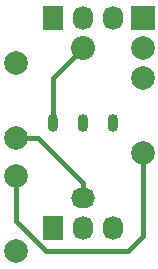
<source format=gbr>
G04 #@! TF.FileFunction,Copper,L1,Top,Signal*
%FSLAX46Y46*%
G04 Gerber Fmt 4.6, Leading zero omitted, Abs format (unit mm)*
G04 Created by KiCad (PCBNEW (2015-08-15 BZR 6092)-product) date 1/14/2016 9:18:36 PM*
%MOMM*%
G01*
G04 APERTURE LIST*
%ADD10C,0.100000*%
%ADD11R,2.000000X2.000000*%
%ADD12C,2.000000*%
%ADD13C,2.032000*%
%ADD14O,2.032000X1.727200*%
%ADD15O,1.727200X2.032000*%
%ADD16R,1.727200X2.032000*%
%ADD17C,1.998980*%
%ADD18O,0.899160X1.501140*%
%ADD19C,0.406400*%
G04 APERTURE END LIST*
D10*
D11*
X144780000Y-87630000D03*
D12*
X144780000Y-90170000D03*
D13*
X139700000Y-90170000D03*
D14*
X139700000Y-102870000D03*
D15*
X142240000Y-105410000D03*
X139700000Y-105410000D03*
D16*
X137160000Y-105410000D03*
X137160000Y-87630000D03*
D15*
X139700000Y-87630000D03*
X142240000Y-87630000D03*
D17*
X133985000Y-91440000D03*
X133985000Y-97790000D03*
X133985000Y-107315000D03*
X133985000Y-100965000D03*
X144780000Y-99060000D03*
X144780000Y-92710000D03*
D18*
X139700000Y-96520000D03*
X137160000Y-96520000D03*
X142240000Y-96520000D03*
D19*
X139700000Y-102870000D02*
X139700000Y-101600000D01*
X135890000Y-97790000D02*
X133985000Y-97790000D01*
X139700000Y-101600000D02*
X135890000Y-97790000D01*
X137160000Y-96520000D02*
X137160000Y-92710000D01*
X137160000Y-92710000D02*
X139700000Y-90170000D01*
X133985000Y-100965000D02*
X133985000Y-104775000D01*
X144780000Y-106045000D02*
X144780000Y-99060000D01*
X143510000Y-107315000D02*
X144780000Y-106045000D01*
X136525000Y-107315000D02*
X143510000Y-107315000D01*
X133985000Y-104775000D02*
X136525000Y-107315000D01*
M02*

</source>
